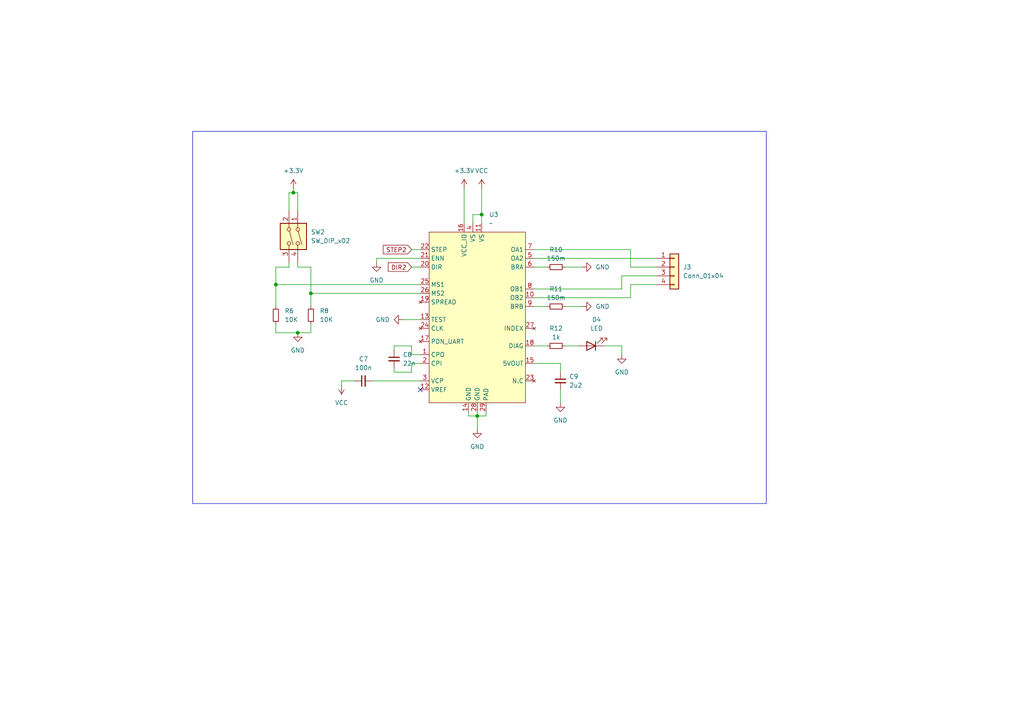
<source format=kicad_sch>
(kicad_sch
	(version 20250114)
	(generator "eeschema")
	(generator_version "9.0")
	(uuid "6450cd96-0acb-4951-a083-1e587e4c34ca")
	(paper "A4")
	(lib_symbols
		(symbol "Connector_Generic:Conn_01x04"
			(pin_names
				(offset 1.016)
				(hide yes)
			)
			(exclude_from_sim no)
			(in_bom yes)
			(on_board yes)
			(property "Reference" "J"
				(at 0 5.08 0)
				(effects
					(font
						(size 1.27 1.27)
					)
				)
			)
			(property "Value" "Conn_01x04"
				(at 0 -7.62 0)
				(effects
					(font
						(size 1.27 1.27)
					)
				)
			)
			(property "Footprint" ""
				(at 0 0 0)
				(effects
					(font
						(size 1.27 1.27)
					)
					(hide yes)
				)
			)
			(property "Datasheet" "~"
				(at 0 0 0)
				(effects
					(font
						(size 1.27 1.27)
					)
					(hide yes)
				)
			)
			(property "Description" "Generic connector, single row, 01x04, script generated (kicad-library-utils/schlib/autogen/connector/)"
				(at 0 0 0)
				(effects
					(font
						(size 1.27 1.27)
					)
					(hide yes)
				)
			)
			(property "ki_keywords" "connector"
				(at 0 0 0)
				(effects
					(font
						(size 1.27 1.27)
					)
					(hide yes)
				)
			)
			(property "ki_fp_filters" "Connector*:*_1x??_*"
				(at 0 0 0)
				(effects
					(font
						(size 1.27 1.27)
					)
					(hide yes)
				)
			)
			(symbol "Conn_01x04_1_1"
				(rectangle
					(start -1.27 3.81)
					(end 1.27 -6.35)
					(stroke
						(width 0.254)
						(type default)
					)
					(fill
						(type background)
					)
				)
				(rectangle
					(start -1.27 2.667)
					(end 0 2.413)
					(stroke
						(width 0.1524)
						(type default)
					)
					(fill
						(type none)
					)
				)
				(rectangle
					(start -1.27 0.127)
					(end 0 -0.127)
					(stroke
						(width 0.1524)
						(type default)
					)
					(fill
						(type none)
					)
				)
				(rectangle
					(start -1.27 -2.413)
					(end 0 -2.667)
					(stroke
						(width 0.1524)
						(type default)
					)
					(fill
						(type none)
					)
				)
				(rectangle
					(start -1.27 -4.953)
					(end 0 -5.207)
					(stroke
						(width 0.1524)
						(type default)
					)
					(fill
						(type none)
					)
				)
				(pin passive line
					(at -5.08 2.54 0)
					(length 3.81)
					(name "Pin_1"
						(effects
							(font
								(size 1.27 1.27)
							)
						)
					)
					(number "1"
						(effects
							(font
								(size 1.27 1.27)
							)
						)
					)
				)
				(pin passive line
					(at -5.08 0 0)
					(length 3.81)
					(name "Pin_2"
						(effects
							(font
								(size 1.27 1.27)
							)
						)
					)
					(number "2"
						(effects
							(font
								(size 1.27 1.27)
							)
						)
					)
				)
				(pin passive line
					(at -5.08 -2.54 0)
					(length 3.81)
					(name "Pin_3"
						(effects
							(font
								(size 1.27 1.27)
							)
						)
					)
					(number "3"
						(effects
							(font
								(size 1.27 1.27)
							)
						)
					)
				)
				(pin passive line
					(at -5.08 -5.08 0)
					(length 3.81)
					(name "Pin_4"
						(effects
							(font
								(size 1.27 1.27)
							)
						)
					)
					(number "4"
						(effects
							(font
								(size 1.27 1.27)
							)
						)
					)
				)
			)
			(embedded_fonts no)
		)
		(symbol "Device:C_Small"
			(pin_numbers
				(hide yes)
			)
			(pin_names
				(offset 0.254)
				(hide yes)
			)
			(exclude_from_sim no)
			(in_bom yes)
			(on_board yes)
			(property "Reference" "C"
				(at 0.254 1.778 0)
				(effects
					(font
						(size 1.27 1.27)
					)
					(justify left)
				)
			)
			(property "Value" "C_Small"
				(at 0.254 -2.032 0)
				(effects
					(font
						(size 1.27 1.27)
					)
					(justify left)
				)
			)
			(property "Footprint" ""
				(at 0 0 0)
				(effects
					(font
						(size 1.27 1.27)
					)
					(hide yes)
				)
			)
			(property "Datasheet" "~"
				(at 0 0 0)
				(effects
					(font
						(size 1.27 1.27)
					)
					(hide yes)
				)
			)
			(property "Description" "Unpolarized capacitor, small symbol"
				(at 0 0 0)
				(effects
					(font
						(size 1.27 1.27)
					)
					(hide yes)
				)
			)
			(property "ki_keywords" "capacitor cap"
				(at 0 0 0)
				(effects
					(font
						(size 1.27 1.27)
					)
					(hide yes)
				)
			)
			(property "ki_fp_filters" "C_*"
				(at 0 0 0)
				(effects
					(font
						(size 1.27 1.27)
					)
					(hide yes)
				)
			)
			(symbol "C_Small_0_1"
				(polyline
					(pts
						(xy -1.524 0.508) (xy 1.524 0.508)
					)
					(stroke
						(width 0.3048)
						(type default)
					)
					(fill
						(type none)
					)
				)
				(polyline
					(pts
						(xy -1.524 -0.508) (xy 1.524 -0.508)
					)
					(stroke
						(width 0.3302)
						(type default)
					)
					(fill
						(type none)
					)
				)
			)
			(symbol "C_Small_1_1"
				(pin passive line
					(at 0 2.54 270)
					(length 2.032)
					(name "~"
						(effects
							(font
								(size 1.27 1.27)
							)
						)
					)
					(number "1"
						(effects
							(font
								(size 1.27 1.27)
							)
						)
					)
				)
				(pin passive line
					(at 0 -2.54 90)
					(length 2.032)
					(name "~"
						(effects
							(font
								(size 1.27 1.27)
							)
						)
					)
					(number "2"
						(effects
							(font
								(size 1.27 1.27)
							)
						)
					)
				)
			)
			(embedded_fonts no)
		)
		(symbol "Device:LED"
			(pin_numbers
				(hide yes)
			)
			(pin_names
				(offset 1.016)
				(hide yes)
			)
			(exclude_from_sim no)
			(in_bom yes)
			(on_board yes)
			(property "Reference" "D"
				(at 0 2.54 0)
				(effects
					(font
						(size 1.27 1.27)
					)
				)
			)
			(property "Value" "LED"
				(at 0 -2.54 0)
				(effects
					(font
						(size 1.27 1.27)
					)
				)
			)
			(property "Footprint" ""
				(at 0 0 0)
				(effects
					(font
						(size 1.27 1.27)
					)
					(hide yes)
				)
			)
			(property "Datasheet" "~"
				(at 0 0 0)
				(effects
					(font
						(size 1.27 1.27)
					)
					(hide yes)
				)
			)
			(property "Description" "Light emitting diode"
				(at 0 0 0)
				(effects
					(font
						(size 1.27 1.27)
					)
					(hide yes)
				)
			)
			(property "ki_keywords" "LED diode"
				(at 0 0 0)
				(effects
					(font
						(size 1.27 1.27)
					)
					(hide yes)
				)
			)
			(property "ki_fp_filters" "LED* LED_SMD:* LED_THT:*"
				(at 0 0 0)
				(effects
					(font
						(size 1.27 1.27)
					)
					(hide yes)
				)
			)
			(symbol "LED_0_1"
				(polyline
					(pts
						(xy -3.048 -0.762) (xy -4.572 -2.286) (xy -3.81 -2.286) (xy -4.572 -2.286) (xy -4.572 -1.524)
					)
					(stroke
						(width 0)
						(type default)
					)
					(fill
						(type none)
					)
				)
				(polyline
					(pts
						(xy -1.778 -0.762) (xy -3.302 -2.286) (xy -2.54 -2.286) (xy -3.302 -2.286) (xy -3.302 -1.524)
					)
					(stroke
						(width 0)
						(type default)
					)
					(fill
						(type none)
					)
				)
				(polyline
					(pts
						(xy -1.27 0) (xy 1.27 0)
					)
					(stroke
						(width 0)
						(type default)
					)
					(fill
						(type none)
					)
				)
				(polyline
					(pts
						(xy -1.27 -1.27) (xy -1.27 1.27)
					)
					(stroke
						(width 0.254)
						(type default)
					)
					(fill
						(type none)
					)
				)
				(polyline
					(pts
						(xy 1.27 -1.27) (xy 1.27 1.27) (xy -1.27 0) (xy 1.27 -1.27)
					)
					(stroke
						(width 0.254)
						(type default)
					)
					(fill
						(type none)
					)
				)
			)
			(symbol "LED_1_1"
				(pin passive line
					(at -3.81 0 0)
					(length 2.54)
					(name "K"
						(effects
							(font
								(size 1.27 1.27)
							)
						)
					)
					(number "1"
						(effects
							(font
								(size 1.27 1.27)
							)
						)
					)
				)
				(pin passive line
					(at 3.81 0 180)
					(length 2.54)
					(name "A"
						(effects
							(font
								(size 1.27 1.27)
							)
						)
					)
					(number "2"
						(effects
							(font
								(size 1.27 1.27)
							)
						)
					)
				)
			)
			(embedded_fonts no)
		)
		(symbol "Device:R_Small"
			(pin_numbers
				(hide yes)
			)
			(pin_names
				(offset 0.254)
				(hide yes)
			)
			(exclude_from_sim no)
			(in_bom yes)
			(on_board yes)
			(property "Reference" "R"
				(at 0.762 0.508 0)
				(effects
					(font
						(size 1.27 1.27)
					)
					(justify left)
				)
			)
			(property "Value" "R_Small"
				(at 0.762 -1.016 0)
				(effects
					(font
						(size 1.27 1.27)
					)
					(justify left)
				)
			)
			(property "Footprint" ""
				(at 0 0 0)
				(effects
					(font
						(size 1.27 1.27)
					)
					(hide yes)
				)
			)
			(property "Datasheet" "~"
				(at 0 0 0)
				(effects
					(font
						(size 1.27 1.27)
					)
					(hide yes)
				)
			)
			(property "Description" "Resistor, small symbol"
				(at 0 0 0)
				(effects
					(font
						(size 1.27 1.27)
					)
					(hide yes)
				)
			)
			(property "ki_keywords" "R resistor"
				(at 0 0 0)
				(effects
					(font
						(size 1.27 1.27)
					)
					(hide yes)
				)
			)
			(property "ki_fp_filters" "R_*"
				(at 0 0 0)
				(effects
					(font
						(size 1.27 1.27)
					)
					(hide yes)
				)
			)
			(symbol "R_Small_0_1"
				(rectangle
					(start -0.762 1.778)
					(end 0.762 -1.778)
					(stroke
						(width 0.2032)
						(type default)
					)
					(fill
						(type none)
					)
				)
			)
			(symbol "R_Small_1_1"
				(pin passive line
					(at 0 2.54 270)
					(length 0.762)
					(name "~"
						(effects
							(font
								(size 1.27 1.27)
							)
						)
					)
					(number "1"
						(effects
							(font
								(size 1.27 1.27)
							)
						)
					)
				)
				(pin passive line
					(at 0 -2.54 90)
					(length 0.762)
					(name "~"
						(effects
							(font
								(size 1.27 1.27)
							)
						)
					)
					(number "2"
						(effects
							(font
								(size 1.27 1.27)
							)
						)
					)
				)
			)
			(embedded_fonts no)
		)
		(symbol "Switch:SW_DIP_x02"
			(pin_names
				(offset 0)
				(hide yes)
			)
			(exclude_from_sim no)
			(in_bom yes)
			(on_board yes)
			(property "Reference" "SW"
				(at 0 6.35 0)
				(effects
					(font
						(size 1.27 1.27)
					)
				)
			)
			(property "Value" "SW_DIP_x02"
				(at 0 -3.81 0)
				(effects
					(font
						(size 1.27 1.27)
					)
				)
			)
			(property "Footprint" ""
				(at 0 0 0)
				(effects
					(font
						(size 1.27 1.27)
					)
					(hide yes)
				)
			)
			(property "Datasheet" "~"
				(at 0 0 0)
				(effects
					(font
						(size 1.27 1.27)
					)
					(hide yes)
				)
			)
			(property "Description" "2x DIP Switch, Single Pole Single Throw (SPST) switch, small symbol"
				(at 0 0 0)
				(effects
					(font
						(size 1.27 1.27)
					)
					(hide yes)
				)
			)
			(property "ki_keywords" "dip switch"
				(at 0 0 0)
				(effects
					(font
						(size 1.27 1.27)
					)
					(hide yes)
				)
			)
			(property "ki_fp_filters" "SW?DIP?x2*"
				(at 0 0 0)
				(effects
					(font
						(size 1.27 1.27)
					)
					(hide yes)
				)
			)
			(symbol "SW_DIP_x02_0_0"
				(circle
					(center -2.032 2.54)
					(radius 0.508)
					(stroke
						(width 0)
						(type default)
					)
					(fill
						(type none)
					)
				)
				(circle
					(center -2.032 0)
					(radius 0.508)
					(stroke
						(width 0)
						(type default)
					)
					(fill
						(type none)
					)
				)
				(polyline
					(pts
						(xy -1.524 2.667) (xy 2.3622 3.7084)
					)
					(stroke
						(width 0)
						(type default)
					)
					(fill
						(type none)
					)
				)
				(polyline
					(pts
						(xy -1.524 0.127) (xy 2.3622 1.1684)
					)
					(stroke
						(width 0)
						(type default)
					)
					(fill
						(type none)
					)
				)
				(circle
					(center 2.032 2.54)
					(radius 0.508)
					(stroke
						(width 0)
						(type default)
					)
					(fill
						(type none)
					)
				)
				(circle
					(center 2.032 0)
					(radius 0.508)
					(stroke
						(width 0)
						(type default)
					)
					(fill
						(type none)
					)
				)
			)
			(symbol "SW_DIP_x02_0_1"
				(rectangle
					(start -3.81 5.08)
					(end 3.81 -2.54)
					(stroke
						(width 0.254)
						(type default)
					)
					(fill
						(type background)
					)
				)
			)
			(symbol "SW_DIP_x02_1_1"
				(pin passive line
					(at -7.62 2.54 0)
					(length 5.08)
					(name "~"
						(effects
							(font
								(size 1.27 1.27)
							)
						)
					)
					(number "1"
						(effects
							(font
								(size 1.27 1.27)
							)
						)
					)
				)
				(pin passive line
					(at -7.62 0 0)
					(length 5.08)
					(name "~"
						(effects
							(font
								(size 1.27 1.27)
							)
						)
					)
					(number "2"
						(effects
							(font
								(size 1.27 1.27)
							)
						)
					)
				)
				(pin passive line
					(at 7.62 2.54 180)
					(length 5.08)
					(name "~"
						(effects
							(font
								(size 1.27 1.27)
							)
						)
					)
					(number "4"
						(effects
							(font
								(size 1.27 1.27)
							)
						)
					)
				)
				(pin passive line
					(at 7.62 0 180)
					(length 5.08)
					(name "~"
						(effects
							(font
								(size 1.27 1.27)
							)
						)
					)
					(number "3"
						(effects
							(font
								(size 1.27 1.27)
							)
						)
					)
				)
			)
			(embedded_fonts no)
		)
		(symbol "my_lib:TMC2225"
			(exclude_from_sim no)
			(in_bom yes)
			(on_board yes)
			(property "Reference" "U"
				(at 13.462 45.212 0)
				(effects
					(font
						(size 1.27 1.27)
					)
				)
			)
			(property "Value" ""
				(at 0 0 0)
				(effects
					(font
						(size 1.27 1.27)
					)
				)
			)
			(property "Footprint" ""
				(at 0 0 0)
				(effects
					(font
						(size 1.27 1.27)
					)
					(hide yes)
				)
			)
			(property "Datasheet" ""
				(at 0 0 0)
				(effects
					(font
						(size 1.27 1.27)
					)
					(hide yes)
				)
			)
			(property "Description" ""
				(at 0 0 0)
				(effects
					(font
						(size 1.27 1.27)
					)
					(hide yes)
				)
			)
			(symbol "TMC2225_1_1"
				(rectangle
					(start -5.08 41.91)
					(end 22.86 -7.62)
					(stroke
						(width 0)
						(type solid)
					)
					(fill
						(type color)
						(color 255 255 194 1)
					)
				)
				(pin input line
					(at -7.62 36.83 0)
					(length 2.54)
					(name "STEP"
						(effects
							(font
								(size 1.27 1.27)
							)
						)
					)
					(number "22"
						(effects
							(font
								(size 1.27 1.27)
							)
						)
					)
				)
				(pin input line
					(at -7.62 34.29 0)
					(length 2.54)
					(name "ENN"
						(effects
							(font
								(size 1.27 1.27)
							)
						)
					)
					(number "21"
						(effects
							(font
								(size 1.27 1.27)
							)
						)
					)
				)
				(pin input line
					(at -7.62 31.75 0)
					(length 2.54)
					(name "DIR"
						(effects
							(font
								(size 1.27 1.27)
							)
						)
					)
					(number "20"
						(effects
							(font
								(size 1.27 1.27)
							)
						)
					)
				)
				(pin input line
					(at -7.62 26.67 0)
					(length 2.54)
					(name "MS1"
						(effects
							(font
								(size 1.27 1.27)
							)
						)
					)
					(number "25"
						(effects
							(font
								(size 1.27 1.27)
							)
						)
					)
				)
				(pin input line
					(at -7.62 24.13 0)
					(length 2.54)
					(name "MS2"
						(effects
							(font
								(size 1.27 1.27)
							)
						)
					)
					(number "26"
						(effects
							(font
								(size 1.27 1.27)
							)
						)
					)
				)
				(pin no_connect line
					(at -7.62 21.59 0)
					(length 2.54)
					(name "SPREAD"
						(effects
							(font
								(size 1.27 1.27)
							)
						)
					)
					(number "19"
						(effects
							(font
								(size 1.27 1.27)
							)
						)
					)
				)
				(pin input line
					(at -7.62 16.51 0)
					(length 2.54)
					(name "TEST"
						(effects
							(font
								(size 1.27 1.27)
							)
						)
					)
					(number "13"
						(effects
							(font
								(size 1.27 1.27)
							)
						)
					)
				)
				(pin no_connect line
					(at -7.62 13.97 0)
					(length 2.54)
					(name "CLK"
						(effects
							(font
								(size 1.27 1.27)
							)
						)
					)
					(number "24"
						(effects
							(font
								(size 1.27 1.27)
							)
						)
					)
				)
				(pin no_connect line
					(at -7.62 10.16 0)
					(length 2.54)
					(name "PDN_UART"
						(effects
							(font
								(size 1.27 1.27)
							)
						)
					)
					(number "17"
						(effects
							(font
								(size 1.27 1.27)
							)
						)
					)
				)
				(pin passive line
					(at -7.62 6.35 0)
					(length 2.54)
					(name "CPO"
						(effects
							(font
								(size 1.27 1.27)
							)
						)
					)
					(number "1"
						(effects
							(font
								(size 1.27 1.27)
							)
						)
					)
				)
				(pin passive line
					(at -7.62 3.81 0)
					(length 2.54)
					(name "CPI"
						(effects
							(font
								(size 1.27 1.27)
							)
						)
					)
					(number "2"
						(effects
							(font
								(size 1.27 1.27)
							)
						)
					)
				)
				(pin passive line
					(at -7.62 -1.27 0)
					(length 2.54)
					(name "VCP"
						(effects
							(font
								(size 1.27 1.27)
							)
						)
					)
					(number "3"
						(effects
							(font
								(size 1.27 1.27)
							)
						)
					)
				)
				(pin input line
					(at -7.62 -3.81 0)
					(length 2.54)
					(name "VREF"
						(effects
							(font
								(size 1.27 1.27)
							)
						)
					)
					(number "12"
						(effects
							(font
								(size 1.27 1.27)
							)
						)
					)
				)
				(pin input line
					(at 5.08 44.45 270)
					(length 2.54)
					(name "VCC_IO"
						(effects
							(font
								(size 1.27 1.27)
							)
						)
					)
					(number "16"
						(effects
							(font
								(size 1.27 1.27)
							)
						)
					)
				)
				(pin input line
					(at 6.35 -10.16 90)
					(length 2.54)
					(name "GND"
						(effects
							(font
								(size 1.27 1.27)
							)
						)
					)
					(number "14"
						(effects
							(font
								(size 1.27 1.27)
							)
						)
					)
				)
				(pin input line
					(at 7.62 44.45 270)
					(length 2.54)
					(name "VS"
						(effects
							(font
								(size 1.27 1.27)
							)
						)
					)
					(number "4"
						(effects
							(font
								(size 1.27 1.27)
							)
						)
					)
				)
				(pin input line
					(at 8.89 -10.16 90)
					(length 2.54)
					(name "GND"
						(effects
							(font
								(size 1.27 1.27)
							)
						)
					)
					(number "28"
						(effects
							(font
								(size 1.27 1.27)
							)
						)
					)
				)
				(pin input line
					(at 10.16 44.45 270)
					(length 2.54)
					(name "VS"
						(effects
							(font
								(size 1.27 1.27)
							)
						)
					)
					(number "11"
						(effects
							(font
								(size 1.27 1.27)
							)
						)
					)
				)
				(pin input line
					(at 11.43 -10.16 90)
					(length 2.54)
					(name "PAD"
						(effects
							(font
								(size 1.27 1.27)
							)
						)
					)
					(number "29"
						(effects
							(font
								(size 1.27 1.27)
							)
						)
					)
				)
				(pin output line
					(at 25.4 36.83 180)
					(length 2.54)
					(name "OA1"
						(effects
							(font
								(size 1.27 1.27)
							)
						)
					)
					(number "7"
						(effects
							(font
								(size 1.27 1.27)
							)
						)
					)
				)
				(pin output line
					(at 25.4 34.29 180)
					(length 2.54)
					(name "OA2"
						(effects
							(font
								(size 1.27 1.27)
							)
						)
					)
					(number "5"
						(effects
							(font
								(size 1.27 1.27)
							)
						)
					)
				)
				(pin output line
					(at 25.4 31.75 180)
					(length 2.54)
					(name "BRA"
						(effects
							(font
								(size 1.27 1.27)
							)
						)
					)
					(number "6"
						(effects
							(font
								(size 1.27 1.27)
							)
						)
					)
				)
				(pin output line
					(at 25.4 25.4 180)
					(length 2.54)
					(name "OB1"
						(effects
							(font
								(size 1.27 1.27)
							)
						)
					)
					(number "8"
						(effects
							(font
								(size 1.27 1.27)
							)
						)
					)
				)
				(pin output line
					(at 25.4 22.86 180)
					(length 2.54)
					(name "OB2"
						(effects
							(font
								(size 1.27 1.27)
							)
						)
					)
					(number "10"
						(effects
							(font
								(size 1.27 1.27)
							)
						)
					)
				)
				(pin output line
					(at 25.4 20.32 180)
					(length 2.54)
					(name "BRB"
						(effects
							(font
								(size 1.27 1.27)
							)
						)
					)
					(number "9"
						(effects
							(font
								(size 1.27 1.27)
							)
						)
					)
				)
				(pin no_connect line
					(at 25.4 13.97 180)
					(length 2.54)
					(name "INDEX"
						(effects
							(font
								(size 1.27 1.27)
							)
						)
					)
					(number "27"
						(effects
							(font
								(size 1.27 1.27)
							)
						)
					)
				)
				(pin output line
					(at 25.4 8.89 180)
					(length 2.54)
					(name "DIAG"
						(effects
							(font
								(size 1.27 1.27)
							)
						)
					)
					(number "18"
						(effects
							(font
								(size 1.27 1.27)
							)
						)
					)
				)
				(pin passive line
					(at 25.4 3.81 180)
					(length 2.54)
					(name "5VOUT"
						(effects
							(font
								(size 1.27 1.27)
							)
						)
					)
					(number "15"
						(effects
							(font
								(size 1.27 1.27)
							)
						)
					)
				)
				(pin no_connect line
					(at 25.4 -1.27 180)
					(length 2.54)
					(name "N.C"
						(effects
							(font
								(size 1.27 1.27)
							)
						)
					)
					(number "23"
						(effects
							(font
								(size 1.27 1.27)
							)
						)
					)
				)
			)
			(embedded_fonts no)
		)
		(symbol "power:+3.3V"
			(power)
			(pin_names
				(offset 0)
			)
			(exclude_from_sim no)
			(in_bom yes)
			(on_board yes)
			(property "Reference" "#PWR"
				(at 0 -3.81 0)
				(effects
					(font
						(size 1.27 1.27)
					)
					(hide yes)
				)
			)
			(property "Value" "+3.3V"
				(at 0 3.556 0)
				(effects
					(font
						(size 1.27 1.27)
					)
				)
			)
			(property "Footprint" ""
				(at 0 0 0)
				(effects
					(font
						(size 1.27 1.27)
					)
					(hide yes)
				)
			)
			(property "Datasheet" ""
				(at 0 0 0)
				(effects
					(font
						(size 1.27 1.27)
					)
					(hide yes)
				)
			)
			(property "Description" "Power symbol creates a global label with name \"+3.3V\""
				(at 0 0 0)
				(effects
					(font
						(size 1.27 1.27)
					)
					(hide yes)
				)
			)
			(property "ki_keywords" "global power"
				(at 0 0 0)
				(effects
					(font
						(size 1.27 1.27)
					)
					(hide yes)
				)
			)
			(symbol "+3.3V_0_1"
				(polyline
					(pts
						(xy -0.762 1.27) (xy 0 2.54)
					)
					(stroke
						(width 0)
						(type default)
					)
					(fill
						(type none)
					)
				)
				(polyline
					(pts
						(xy 0 2.54) (xy 0.762 1.27)
					)
					(stroke
						(width 0)
						(type default)
					)
					(fill
						(type none)
					)
				)
				(polyline
					(pts
						(xy 0 0) (xy 0 2.54)
					)
					(stroke
						(width 0)
						(type default)
					)
					(fill
						(type none)
					)
				)
			)
			(symbol "+3.3V_1_1"
				(pin power_in line
					(at 0 0 90)
					(length 0)
					(hide yes)
					(name "+3.3V"
						(effects
							(font
								(size 1.27 1.27)
							)
						)
					)
					(number "1"
						(effects
							(font
								(size 1.27 1.27)
							)
						)
					)
				)
			)
			(embedded_fonts no)
		)
		(symbol "power:GND"
			(power)
			(pin_names
				(offset 0)
			)
			(exclude_from_sim no)
			(in_bom yes)
			(on_board yes)
			(property "Reference" "#PWR"
				(at 0 -6.35 0)
				(effects
					(font
						(size 1.27 1.27)
					)
					(hide yes)
				)
			)
			(property "Value" "GND"
				(at 0 -3.81 0)
				(effects
					(font
						(size 1.27 1.27)
					)
				)
			)
			(property "Footprint" ""
				(at 0 0 0)
				(effects
					(font
						(size 1.27 1.27)
					)
					(hide yes)
				)
			)
			(property "Datasheet" ""
				(at 0 0 0)
				(effects
					(font
						(size 1.27 1.27)
					)
					(hide yes)
				)
			)
			(property "Description" "Power symbol creates a global label with name \"GND\" , ground"
				(at 0 0 0)
				(effects
					(font
						(size 1.27 1.27)
					)
					(hide yes)
				)
			)
			(property "ki_keywords" "global power"
				(at 0 0 0)
				(effects
					(font
						(size 1.27 1.27)
					)
					(hide yes)
				)
			)
			(symbol "GND_0_1"
				(polyline
					(pts
						(xy 0 0) (xy 0 -1.27) (xy 1.27 -1.27) (xy 0 -2.54) (xy -1.27 -1.27) (xy 0 -1.27)
					)
					(stroke
						(width 0)
						(type default)
					)
					(fill
						(type none)
					)
				)
			)
			(symbol "GND_1_1"
				(pin power_in line
					(at 0 0 270)
					(length 0)
					(hide yes)
					(name "GND"
						(effects
							(font
								(size 1.27 1.27)
							)
						)
					)
					(number "1"
						(effects
							(font
								(size 1.27 1.27)
							)
						)
					)
				)
			)
			(embedded_fonts no)
		)
		(symbol "power:VCC"
			(power)
			(pin_names
				(offset 0)
			)
			(exclude_from_sim no)
			(in_bom yes)
			(on_board yes)
			(property "Reference" "#PWR"
				(at 0 -3.81 0)
				(effects
					(font
						(size 1.27 1.27)
					)
					(hide yes)
				)
			)
			(property "Value" "VCC"
				(at 0 3.81 0)
				(effects
					(font
						(size 1.27 1.27)
					)
				)
			)
			(property "Footprint" ""
				(at 0 0 0)
				(effects
					(font
						(size 1.27 1.27)
					)
					(hide yes)
				)
			)
			(property "Datasheet" ""
				(at 0 0 0)
				(effects
					(font
						(size 1.27 1.27)
					)
					(hide yes)
				)
			)
			(property "Description" "Power symbol creates a global label with name \"VCC\""
				(at 0 0 0)
				(effects
					(font
						(size 1.27 1.27)
					)
					(hide yes)
				)
			)
			(property "ki_keywords" "global power"
				(at 0 0 0)
				(effects
					(font
						(size 1.27 1.27)
					)
					(hide yes)
				)
			)
			(symbol "VCC_0_1"
				(polyline
					(pts
						(xy -0.762 1.27) (xy 0 2.54)
					)
					(stroke
						(width 0)
						(type default)
					)
					(fill
						(type none)
					)
				)
				(polyline
					(pts
						(xy 0 2.54) (xy 0.762 1.27)
					)
					(stroke
						(width 0)
						(type default)
					)
					(fill
						(type none)
					)
				)
				(polyline
					(pts
						(xy 0 0) (xy 0 2.54)
					)
					(stroke
						(width 0)
						(type default)
					)
					(fill
						(type none)
					)
				)
			)
			(symbol "VCC_1_1"
				(pin power_in line
					(at 0 0 90)
					(length 0)
					(hide yes)
					(name "VCC"
						(effects
							(font
								(size 1.27 1.27)
							)
						)
					)
					(number "1"
						(effects
							(font
								(size 1.27 1.27)
							)
						)
					)
				)
			)
			(embedded_fonts no)
		)
	)
	(rectangle
		(start 55.88 38.1)
		(end 222.25 146.05)
		(stroke
			(width 0)
			(type default)
		)
		(fill
			(type none)
		)
		(uuid f1068b87-fb99-40de-b049-357bdedd802d)
	)
	(junction
		(at 86.36 96.52)
		(diameter 0)
		(color 0 0 0 0)
		(uuid "32cdc9b9-d1f1-4e78-a48d-b9270554338e")
	)
	(junction
		(at 138.43 120.65)
		(diameter 0)
		(color 0 0 0 0)
		(uuid "4bb8ea3f-ff42-4e98-bc04-25b78accbc23")
	)
	(junction
		(at 139.7 62.23)
		(diameter 0)
		(color 0 0 0 0)
		(uuid "4d416aba-012f-4696-9694-6acbdaf5e6ee")
	)
	(junction
		(at 90.17 85.09)
		(diameter 0)
		(color 0 0 0 0)
		(uuid "862e817d-1c07-4e8f-93e9-6046e4fc9433")
	)
	(junction
		(at 85.09 55.88)
		(diameter 0)
		(color 0 0 0 0)
		(uuid "b8783d3a-5aaf-4893-a9fd-4388f8cbba0b")
	)
	(junction
		(at 80.01 82.55)
		(diameter 0)
		(color 0 0 0 0)
		(uuid "f9ad2838-9a58-46cf-8018-fb435560ccd6")
	)
	(no_connect
		(at 121.92 113.03)
		(uuid "16f2da67-432e-4ee6-adf5-1f78e434dce1")
	)
	(wire
		(pts
			(xy 119.38 72.39) (xy 121.92 72.39)
		)
		(stroke
			(width 0)
			(type default)
		)
		(uuid "054381d9-3cff-4aa5-8b5e-ee3df03af53f")
	)
	(wire
		(pts
			(xy 154.94 105.41) (xy 162.56 105.41)
		)
		(stroke
			(width 0)
			(type default)
		)
		(uuid "0a218c8a-1d23-42ee-9b35-2d9ab23611f7")
	)
	(wire
		(pts
			(xy 138.43 120.65) (xy 138.43 119.38)
		)
		(stroke
			(width 0)
			(type default)
		)
		(uuid "11a7e730-41c5-401e-8a02-ad5340a09aca")
	)
	(wire
		(pts
			(xy 99.06 110.49) (xy 99.06 111.76)
		)
		(stroke
			(width 0)
			(type default)
		)
		(uuid "12d8604f-7ac6-4630-8df3-4ef00625f9bd")
	)
	(wire
		(pts
			(xy 90.17 88.9) (xy 90.17 85.09)
		)
		(stroke
			(width 0)
			(type default)
		)
		(uuid "168556be-86be-4dc4-86ef-32074b9c9ac8")
	)
	(wire
		(pts
			(xy 180.34 100.33) (xy 180.34 102.87)
		)
		(stroke
			(width 0)
			(type default)
		)
		(uuid "1822acea-0818-4550-a525-65cfa9fdb3bb")
	)
	(wire
		(pts
			(xy 138.43 120.65) (xy 138.43 124.46)
		)
		(stroke
			(width 0)
			(type default)
		)
		(uuid "1e1f27ae-f398-4c16-9d8f-9bb442550bb5")
	)
	(wire
		(pts
			(xy 80.01 77.47) (xy 83.82 77.47)
		)
		(stroke
			(width 0)
			(type default)
		)
		(uuid "218b3ac3-5977-4633-a038-1e7f1194c207")
	)
	(wire
		(pts
			(xy 182.88 82.55) (xy 190.5 82.55)
		)
		(stroke
			(width 0)
			(type default)
		)
		(uuid "24b5f79e-bae0-4493-b70d-5ff94f67515a")
	)
	(wire
		(pts
			(xy 83.82 55.88) (xy 85.09 55.88)
		)
		(stroke
			(width 0)
			(type default)
		)
		(uuid "25f76702-d0bb-42f1-8060-58fcb319812d")
	)
	(wire
		(pts
			(xy 154.94 77.47) (xy 158.75 77.47)
		)
		(stroke
			(width 0)
			(type default)
		)
		(uuid "26cd9e68-611a-4469-81dd-929fdcae8a89")
	)
	(wire
		(pts
			(xy 80.01 88.9) (xy 80.01 82.55)
		)
		(stroke
			(width 0)
			(type default)
		)
		(uuid "289099c8-c8a2-4b14-bb2d-a400732274a0")
	)
	(wire
		(pts
			(xy 83.82 77.47) (xy 83.82 76.2)
		)
		(stroke
			(width 0)
			(type default)
		)
		(uuid "2d0498f2-0f0f-4cf1-a408-dde3f4ff4bc9")
	)
	(wire
		(pts
			(xy 114.3 100.33) (xy 114.3 101.6)
		)
		(stroke
			(width 0)
			(type default)
		)
		(uuid "2dd14e1a-afb3-47b8-ac81-1a4bfa7ea60a")
	)
	(wire
		(pts
			(xy 86.36 77.47) (xy 86.36 76.2)
		)
		(stroke
			(width 0)
			(type default)
		)
		(uuid "2e08192a-9943-48f2-b6a1-67f5de1ee0d0")
	)
	(wire
		(pts
			(xy 182.88 72.39) (xy 182.88 77.47)
		)
		(stroke
			(width 0)
			(type default)
		)
		(uuid "2f969e5e-64f5-4f52-821a-ac346a69bff8")
	)
	(wire
		(pts
			(xy 107.95 110.49) (xy 121.92 110.49)
		)
		(stroke
			(width 0)
			(type default)
		)
		(uuid "30b03f5b-9aed-4bb0-95ff-a51a5b720809")
	)
	(wire
		(pts
			(xy 121.92 105.41) (xy 119.38 105.41)
		)
		(stroke
			(width 0)
			(type default)
		)
		(uuid "32ba2acc-bb5d-4cf0-9549-1b0972f734c6")
	)
	(wire
		(pts
			(xy 139.7 62.23) (xy 139.7 64.77)
		)
		(stroke
			(width 0)
			(type default)
		)
		(uuid "3934f23d-c744-443b-b058-663b7add46bc")
	)
	(wire
		(pts
			(xy 80.01 82.55) (xy 80.01 77.47)
		)
		(stroke
			(width 0)
			(type default)
		)
		(uuid "41619899-4115-4c93-a928-5a27c282993c")
	)
	(wire
		(pts
			(xy 163.83 77.47) (xy 168.91 77.47)
		)
		(stroke
			(width 0)
			(type default)
		)
		(uuid "46438685-461a-4596-87c0-4fde850a1886")
	)
	(wire
		(pts
			(xy 175.26 100.33) (xy 180.34 100.33)
		)
		(stroke
			(width 0)
			(type default)
		)
		(uuid "4b48f3c5-3b53-4ce5-98a0-5d325110085c")
	)
	(wire
		(pts
			(xy 86.36 96.52) (xy 90.17 96.52)
		)
		(stroke
			(width 0)
			(type default)
		)
		(uuid "4b91ac6c-f94a-43fa-a8ce-c586e2d17316")
	)
	(wire
		(pts
			(xy 139.7 54.61) (xy 139.7 62.23)
		)
		(stroke
			(width 0)
			(type default)
		)
		(uuid "4d483f19-b745-42e4-8d78-d16394eaaf13")
	)
	(wire
		(pts
			(xy 119.38 107.95) (xy 114.3 107.95)
		)
		(stroke
			(width 0)
			(type default)
		)
		(uuid "4e468d3f-ddb6-43e1-bd22-135a1632c3ae")
	)
	(wire
		(pts
			(xy 154.94 100.33) (xy 158.75 100.33)
		)
		(stroke
			(width 0)
			(type default)
		)
		(uuid "4ee13d08-e77a-4ba6-adcf-6bd6253c9f88")
	)
	(wire
		(pts
			(xy 86.36 55.88) (xy 85.09 55.88)
		)
		(stroke
			(width 0)
			(type default)
		)
		(uuid "52ad6728-d670-40a3-b16e-dca5d1bbbb3a")
	)
	(wire
		(pts
			(xy 134.62 54.61) (xy 134.62 64.77)
		)
		(stroke
			(width 0)
			(type default)
		)
		(uuid "61194850-fb36-4d4e-b6d2-f93a163037d7")
	)
	(wire
		(pts
			(xy 90.17 96.52) (xy 90.17 93.98)
		)
		(stroke
			(width 0)
			(type default)
		)
		(uuid "646dea0c-3332-45f8-9ed3-9b481608cc93")
	)
	(wire
		(pts
			(xy 121.92 74.93) (xy 109.22 74.93)
		)
		(stroke
			(width 0)
			(type default)
		)
		(uuid "64f15fd1-ee01-4b8a-818d-ddc1e5d70d28")
	)
	(wire
		(pts
			(xy 135.89 119.38) (xy 135.89 120.65)
		)
		(stroke
			(width 0)
			(type default)
		)
		(uuid "682ab0c1-6d30-4966-a9e5-e15b4bb52c3f")
	)
	(wire
		(pts
			(xy 140.97 119.38) (xy 140.97 120.65)
		)
		(stroke
			(width 0)
			(type default)
		)
		(uuid "69a0967c-9454-47ed-9406-2db4e2b492a1")
	)
	(wire
		(pts
			(xy 162.56 105.41) (xy 162.56 107.95)
		)
		(stroke
			(width 0)
			(type default)
		)
		(uuid "6a4ceedf-5d28-43c8-ae60-2ba26c2cae24")
	)
	(wire
		(pts
			(xy 90.17 85.09) (xy 121.92 85.09)
		)
		(stroke
			(width 0)
			(type default)
		)
		(uuid "6aa2ccde-95ee-45ca-87b4-fab976136ecd")
	)
	(wire
		(pts
			(xy 116.84 92.71) (xy 121.92 92.71)
		)
		(stroke
			(width 0)
			(type default)
		)
		(uuid "6eaf1c17-171b-4b2e-a2ca-b9f5e0734304")
	)
	(wire
		(pts
			(xy 140.97 120.65) (xy 138.43 120.65)
		)
		(stroke
			(width 0)
			(type default)
		)
		(uuid "762f4bc9-470a-4444-8ec2-320d3b775ae0")
	)
	(wire
		(pts
			(xy 119.38 77.47) (xy 121.92 77.47)
		)
		(stroke
			(width 0)
			(type default)
		)
		(uuid "786497c3-0c1b-4a02-9f07-b2fea2287b9d")
	)
	(wire
		(pts
			(xy 119.38 102.87) (xy 119.38 100.33)
		)
		(stroke
			(width 0)
			(type default)
		)
		(uuid "7e8f9d3d-1d6a-40c0-bd30-c012cfaee43a")
	)
	(wire
		(pts
			(xy 102.87 110.49) (xy 99.06 110.49)
		)
		(stroke
			(width 0)
			(type default)
		)
		(uuid "83147474-b347-4f88-94e3-269174740e6d")
	)
	(wire
		(pts
			(xy 137.16 64.77) (xy 137.16 62.23)
		)
		(stroke
			(width 0)
			(type default)
		)
		(uuid "887da1a3-03ff-44c3-8ee2-b8c6c054d7d6")
	)
	(wire
		(pts
			(xy 80.01 82.55) (xy 121.92 82.55)
		)
		(stroke
			(width 0)
			(type default)
		)
		(uuid "96df5fed-db43-429e-b60a-0a63c36f5b61")
	)
	(wire
		(pts
			(xy 154.94 88.9) (xy 158.75 88.9)
		)
		(stroke
			(width 0)
			(type default)
		)
		(uuid "a114712a-ea0c-4b79-9bb9-a53562e58bc9")
	)
	(wire
		(pts
			(xy 85.09 55.88) (xy 85.09 54.61)
		)
		(stroke
			(width 0)
			(type default)
		)
		(uuid "a249ef5a-f831-4cad-9dab-ad289e662373")
	)
	(wire
		(pts
			(xy 180.34 80.01) (xy 190.5 80.01)
		)
		(stroke
			(width 0)
			(type default)
		)
		(uuid "a2b92889-4e58-4cbf-a56a-ca785b5df6e1")
	)
	(wire
		(pts
			(xy 109.22 74.93) (xy 109.22 76.2)
		)
		(stroke
			(width 0)
			(type default)
		)
		(uuid "a79340a4-f4f6-4095-9a16-1a0f73159fa5")
	)
	(wire
		(pts
			(xy 119.38 100.33) (xy 114.3 100.33)
		)
		(stroke
			(width 0)
			(type default)
		)
		(uuid "b472dab3-3884-48d5-b356-3b0e5b87275f")
	)
	(wire
		(pts
			(xy 163.83 88.9) (xy 168.91 88.9)
		)
		(stroke
			(width 0)
			(type default)
		)
		(uuid "b63ff02e-6a2a-406d-9856-b7ec96c0c24c")
	)
	(wire
		(pts
			(xy 119.38 105.41) (xy 119.38 107.95)
		)
		(stroke
			(width 0)
			(type default)
		)
		(uuid "b68bf61e-7b83-430f-bd5c-70af2953afaa")
	)
	(wire
		(pts
			(xy 162.56 113.03) (xy 162.56 116.84)
		)
		(stroke
			(width 0)
			(type default)
		)
		(uuid "bab906a9-c63c-4dfa-9853-b64afb07a875")
	)
	(wire
		(pts
			(xy 80.01 93.98) (xy 80.01 96.52)
		)
		(stroke
			(width 0)
			(type default)
		)
		(uuid "bb38257c-df6d-4066-bb36-9ca535387b0b")
	)
	(wire
		(pts
			(xy 90.17 77.47) (xy 86.36 77.47)
		)
		(stroke
			(width 0)
			(type default)
		)
		(uuid "bc0e5af7-439e-4288-91f7-f61140631ce7")
	)
	(wire
		(pts
			(xy 154.94 83.82) (xy 180.34 83.82)
		)
		(stroke
			(width 0)
			(type default)
		)
		(uuid "bf330b99-32e4-40f3-94c2-d8da9a798a6d")
	)
	(wire
		(pts
			(xy 135.89 120.65) (xy 138.43 120.65)
		)
		(stroke
			(width 0)
			(type default)
		)
		(uuid "bffe08f0-e168-4fa5-bd78-2c4230f83835")
	)
	(wire
		(pts
			(xy 83.82 60.96) (xy 83.82 55.88)
		)
		(stroke
			(width 0)
			(type default)
		)
		(uuid "c02b76d7-1afb-4436-b406-3fa1d74e6516")
	)
	(wire
		(pts
			(xy 154.94 74.93) (xy 190.5 74.93)
		)
		(stroke
			(width 0)
			(type default)
		)
		(uuid "c11a8e52-baa4-4298-8c4f-7eb6e90f41ad")
	)
	(wire
		(pts
			(xy 154.94 86.36) (xy 182.88 86.36)
		)
		(stroke
			(width 0)
			(type default)
		)
		(uuid "c3db2b1e-22d4-44f4-998a-921aa3be770a")
	)
	(wire
		(pts
			(xy 121.92 102.87) (xy 119.38 102.87)
		)
		(stroke
			(width 0)
			(type default)
		)
		(uuid "c441a0c0-2c11-422b-a08d-923332e11a76")
	)
	(wire
		(pts
			(xy 182.88 77.47) (xy 190.5 77.47)
		)
		(stroke
			(width 0)
			(type default)
		)
		(uuid "c4d33a23-aa80-4776-8389-e286dad37ea2")
	)
	(wire
		(pts
			(xy 86.36 60.96) (xy 86.36 55.88)
		)
		(stroke
			(width 0)
			(type default)
		)
		(uuid "ca7d52a8-df5d-4c67-a8b4-48d3486cf930")
	)
	(wire
		(pts
			(xy 137.16 62.23) (xy 139.7 62.23)
		)
		(stroke
			(width 0)
			(type default)
		)
		(uuid "cfd62156-e45b-45ce-846f-9f1bd4895b5e")
	)
	(wire
		(pts
			(xy 163.83 100.33) (xy 167.64 100.33)
		)
		(stroke
			(width 0)
			(type default)
		)
		(uuid "de043f0e-dc82-4c73-8206-4cab6de75345")
	)
	(wire
		(pts
			(xy 90.17 85.09) (xy 90.17 77.47)
		)
		(stroke
			(width 0)
			(type default)
		)
		(uuid "e42fa53f-4f08-434e-8d3d-692c0582e68c")
	)
	(wire
		(pts
			(xy 114.3 106.68) (xy 114.3 107.95)
		)
		(stroke
			(width 0)
			(type default)
		)
		(uuid "e4c04af0-850c-4027-be35-7ab16c1e2a2f")
	)
	(wire
		(pts
			(xy 182.88 86.36) (xy 182.88 82.55)
		)
		(stroke
			(width 0)
			(type default)
		)
		(uuid "e564ab87-bca4-4804-9349-c6f5e827a3e8")
	)
	(wire
		(pts
			(xy 154.94 72.39) (xy 182.88 72.39)
		)
		(stroke
			(width 0)
			(type default)
		)
		(uuid "ebc980ac-7d47-479c-ae8e-c908d8687c0d")
	)
	(wire
		(pts
			(xy 180.34 83.82) (xy 180.34 80.01)
		)
		(stroke
			(width 0)
			(type default)
		)
		(uuid "ec304c30-77a1-4d43-8ca3-155192414095")
	)
	(wire
		(pts
			(xy 80.01 96.52) (xy 86.36 96.52)
		)
		(stroke
			(width 0)
			(type default)
		)
		(uuid "f46003a8-f50b-4699-a14d-c6508c699be2")
	)
	(global_label "DIR2"
		(shape input)
		(at 119.38 77.47 180)
		(fields_autoplaced yes)
		(effects
			(font
				(size 1.27 1.27)
			)
			(justify right)
		)
		(uuid "bee96d15-2b32-4ef8-b860-993d121d3e53")
		(property "Intersheetrefs" "${INTERSHEET_REFS}"
			(at 112.0405 77.47 0)
			(effects
				(font
					(size 1.27 1.27)
				)
				(justify right)
				(hide yes)
			)
		)
	)
	(global_label "STEP2"
		(shape input)
		(at 119.38 72.39 180)
		(fields_autoplaced yes)
		(effects
			(font
				(size 1.27 1.27)
			)
			(justify right)
		)
		(uuid "c00325f8-cf02-43ea-b1f9-c5accce2ebec")
		(property "Intersheetrefs" "${INTERSHEET_REFS}"
			(at 110.5892 72.39 0)
			(effects
				(font
					(size 1.27 1.27)
				)
				(justify right)
				(hide yes)
			)
		)
	)
	(symbol
		(lib_id "Connector_Generic:Conn_01x04")
		(at 195.58 77.47 0)
		(unit 1)
		(exclude_from_sim no)
		(in_bom yes)
		(on_board yes)
		(dnp no)
		(fields_autoplaced yes)
		(uuid "012d7022-4150-4bec-9b16-3c1fdf71cf35")
		(property "Reference" "J3"
			(at 198.12 77.4699 0)
			(effects
				(font
					(size 1.27 1.27)
				)
				(justify left)
			)
		)
		(property "Value" "Conn_01x04"
			(at 198.12 80.0099 0)
			(effects
				(font
					(size 1.27 1.27)
				)
				(justify left)
			)
		)
		(property "Footprint" ""
			(at 195.58 77.47 0)
			(effects
				(font
					(size 1.27 1.27)
				)
				(hide yes)
			)
		)
		(property "Datasheet" "~"
			(at 195.58 77.47 0)
			(effects
				(font
					(size 1.27 1.27)
				)
				(hide yes)
			)
		)
		(property "Description" "Generic connector, single row, 01x04, script generated (kicad-library-utils/schlib/autogen/connector/)"
			(at 195.58 77.47 0)
			(effects
				(font
					(size 1.27 1.27)
				)
				(hide yes)
			)
		)
		(pin "2"
			(uuid "780abd0e-60b8-44cf-90f3-cd6776de1ebc")
		)
		(pin "1"
			(uuid "b2ae59f8-5f51-438b-af8d-988f01f0f13f")
		)
		(pin "3"
			(uuid "5aec2dc3-87d6-403d-b249-759fbc195b54")
		)
		(pin "4"
			(uuid "871f4f47-b8f8-411e-ab90-c2a94c67d91e")
		)
		(instances
			(project "flynn_mainboard"
				(path "/56ec65ab-c401-455a-8a7c-6731af93b01f/48644f95-9663-4113-8210-2b73e0ba91e3"
					(reference "J3")
					(unit 1)
				)
			)
		)
	)
	(symbol
		(lib_id "power:GND")
		(at 138.43 124.46 0)
		(unit 1)
		(exclude_from_sim no)
		(in_bom yes)
		(on_board yes)
		(dnp no)
		(fields_autoplaced yes)
		(uuid "09eddf54-8245-4147-b754-1e424a290c35")
		(property "Reference" "#PWR028"
			(at 138.43 130.81 0)
			(effects
				(font
					(size 1.27 1.27)
				)
				(hide yes)
			)
		)
		(property "Value" "GND"
			(at 138.43 129.54 0)
			(effects
				(font
					(size 1.27 1.27)
				)
			)
		)
		(property "Footprint" ""
			(at 138.43 124.46 0)
			(effects
				(font
					(size 1.27 1.27)
				)
				(hide yes)
			)
		)
		(property "Datasheet" ""
			(at 138.43 124.46 0)
			(effects
				(font
					(size 1.27 1.27)
				)
				(hide yes)
			)
		)
		(property "Description" "Power symbol creates a global label with name \"GND\" , ground"
			(at 138.43 124.46 0)
			(effects
				(font
					(size 1.27 1.27)
				)
				(hide yes)
			)
		)
		(pin "1"
			(uuid "48f36201-4f2f-4eef-8440-a2688eadddd7")
		)
		(instances
			(project "flynn_mainboard"
				(path "/56ec65ab-c401-455a-8a7c-6731af93b01f/48644f95-9663-4113-8210-2b73e0ba91e3"
					(reference "#PWR028")
					(unit 1)
				)
			)
		)
	)
	(symbol
		(lib_id "my_lib:TMC2225")
		(at 129.54 109.22 0)
		(unit 1)
		(exclude_from_sim no)
		(in_bom yes)
		(on_board yes)
		(dnp no)
		(fields_autoplaced yes)
		(uuid "13937de3-fed0-45b8-b4e6-2a43627f7df3")
		(property "Reference" "U3"
			(at 141.8433 62.23 0)
			(effects
				(font
					(size 1.27 1.27)
				)
				(justify left)
			)
		)
		(property "Value" "~"
			(at 141.8433 64.77 0)
			(effects
				(font
					(size 1.27 1.27)
				)
				(justify left)
			)
		)
		(property "Footprint" ""
			(at 129.54 109.22 0)
			(effects
				(font
					(size 1.27 1.27)
				)
				(hide yes)
			)
		)
		(property "Datasheet" ""
			(at 129.54 109.22 0)
			(effects
				(font
					(size 1.27 1.27)
				)
				(hide yes)
			)
		)
		(property "Description" ""
			(at 129.54 109.22 0)
			(effects
				(font
					(size 1.27 1.27)
				)
				(hide yes)
			)
		)
		(pin "10"
			(uuid "a6b949b2-eb70-4e36-9d88-7a297514e180")
		)
		(pin "9"
			(uuid "a4d5a18b-5d6f-4b5e-8ff3-4aaac8984a17")
		)
		(pin "27"
			(uuid "b36244df-c769-4730-8596-92a3450a82ea")
		)
		(pin "18"
			(uuid "78e757dd-f079-464a-8a51-d3475b334770")
		)
		(pin "24"
			(uuid "0233346c-f75a-43a3-81d3-11e5ca96afc0")
		)
		(pin "21"
			(uuid "f8ca1575-2917-4bd5-80f2-e7eb45eecb3e")
		)
		(pin "20"
			(uuid "00b022aa-b04f-4e24-a304-0f7da5ba84cd")
		)
		(pin "28"
			(uuid "80109ca4-4295-4de0-ac00-d8f846f22adf")
		)
		(pin "19"
			(uuid "20c706cc-e7c8-4544-b630-7bc9d2843ec2")
		)
		(pin "1"
			(uuid "0de13c54-94d3-4488-b40b-ea64b3eb3ce3")
		)
		(pin "12"
			(uuid "def09a07-ecb2-49b8-8da8-829bc56414a0")
		)
		(pin "6"
			(uuid "1b71b755-de7d-470c-ad70-a8ff2939ab7a")
		)
		(pin "4"
			(uuid "65338616-238a-49dd-b575-c5feda114d2d")
		)
		(pin "17"
			(uuid "3d44a750-5c00-41c7-b7ff-930d78f3e2ce")
		)
		(pin "13"
			(uuid "54071fe0-09ac-468c-b560-ae9e694dd025")
		)
		(pin "22"
			(uuid "b225ce9b-2d03-4d28-bb74-b4e6501a8517")
		)
		(pin "14"
			(uuid "2c7218d2-fcd3-43ea-bf6e-0911712fed12")
		)
		(pin "7"
			(uuid "6903b9d5-1dbe-4f9a-b696-9d78be595ff4")
		)
		(pin "25"
			(uuid "42ac8e17-bb0e-4db7-a914-d5b04cf31434")
		)
		(pin "29"
			(uuid "1574de26-f963-485e-8890-b6836ae31326")
		)
		(pin "3"
			(uuid "7f760a88-b35d-4ee9-b8f7-b7b290db11d3")
		)
		(pin "15"
			(uuid "4e1d0a88-2f19-4679-a047-5189ab61811e")
		)
		(pin "23"
			(uuid "ffdc3d2d-51d5-4c9e-8b9d-b2cd4e2b3069")
		)
		(pin "5"
			(uuid "53872169-da2e-4d2a-a8f5-cfeebbeba0b4")
		)
		(pin "2"
			(uuid "cdc42533-cd47-4ed0-a01e-653d816d0ecd")
		)
		(pin "16"
			(uuid "8b1f1603-a775-4544-8d3b-0dff48aa42c3")
		)
		(pin "8"
			(uuid "f38dbd98-a7ca-4fc0-9138-7b840f98321d")
		)
		(pin "26"
			(uuid "77c9ff88-7b14-419e-8e5a-7e6e15588305")
		)
		(pin "11"
			(uuid "68397b77-f7cd-48c8-b4e5-9f28a8c0dc1d")
		)
		(instances
			(project "flynn_mainboard"
				(path "/56ec65ab-c401-455a-8a7c-6731af93b01f/48644f95-9663-4113-8210-2b73e0ba91e3"
					(reference "U3")
					(unit 1)
				)
			)
		)
	)
	(symbol
		(lib_id "power:GND")
		(at 86.36 96.52 0)
		(unit 1)
		(exclude_from_sim no)
		(in_bom yes)
		(on_board yes)
		(dnp no)
		(fields_autoplaced yes)
		(uuid "21ed9d03-e41d-457d-96af-2b4cbca61992")
		(property "Reference" "#PWR022"
			(at 86.36 102.87 0)
			(effects
				(font
					(size 1.27 1.27)
				)
				(hide yes)
			)
		)
		(property "Value" "GND"
			(at 86.36 101.6 0)
			(effects
				(font
					(size 1.27 1.27)
				)
			)
		)
		(property "Footprint" ""
			(at 86.36 96.52 0)
			(effects
				(font
					(size 1.27 1.27)
				)
				(hide yes)
			)
		)
		(property "Datasheet" ""
			(at 86.36 96.52 0)
			(effects
				(font
					(size 1.27 1.27)
				)
				(hide yes)
			)
		)
		(property "Description" "Power symbol creates a global label with name \"GND\" , ground"
			(at 86.36 96.52 0)
			(effects
				(font
					(size 1.27 1.27)
				)
				(hide yes)
			)
		)
		(pin "1"
			(uuid "0129e3fc-51e0-4dcf-874e-5a286d8516cd")
		)
		(instances
			(project "flynn_mainboard"
				(path "/56ec65ab-c401-455a-8a7c-6731af93b01f/48644f95-9663-4113-8210-2b73e0ba91e3"
					(reference "#PWR022")
					(unit 1)
				)
			)
		)
	)
	(symbol
		(lib_id "power:GND")
		(at 168.91 77.47 90)
		(unit 1)
		(exclude_from_sim no)
		(in_bom yes)
		(on_board yes)
		(dnp no)
		(fields_autoplaced yes)
		(uuid "222c2c9d-57d3-48bd-8463-8a15f9c4f45f")
		(property "Reference" "#PWR031"
			(at 175.26 77.47 0)
			(effects
				(font
					(size 1.27 1.27)
				)
				(hide yes)
			)
		)
		(property "Value" "GND"
			(at 172.72 77.4699 90)
			(effects
				(font
					(size 1.27 1.27)
				)
				(justify right)
			)
		)
		(property "Footprint" ""
			(at 168.91 77.47 0)
			(effects
				(font
					(size 1.27 1.27)
				)
				(hide yes)
			)
		)
		(property "Datasheet" ""
			(at 168.91 77.47 0)
			(effects
				(font
					(size 1.27 1.27)
				)
				(hide yes)
			)
		)
		(property "Description" "Power symbol creates a global label with name \"GND\" , ground"
			(at 168.91 77.47 0)
			(effects
				(font
					(size 1.27 1.27)
				)
				(hide yes)
			)
		)
		(pin "1"
			(uuid "2016f8ce-6fc7-4ea0-98d7-bcf11ccfbd9d")
		)
		(instances
			(project "flynn_mainboard"
				(path "/56ec65ab-c401-455a-8a7c-6731af93b01f/48644f95-9663-4113-8210-2b73e0ba91e3"
					(reference "#PWR031")
					(unit 1)
				)
			)
		)
	)
	(symbol
		(lib_id "power:GND")
		(at 168.91 88.9 90)
		(unit 1)
		(exclude_from_sim no)
		(in_bom yes)
		(on_board yes)
		(dnp no)
		(fields_autoplaced yes)
		(uuid "38b60527-9f9f-410f-b40f-73bf079458f8")
		(property "Reference" "#PWR032"
			(at 175.26 88.9 0)
			(effects
				(font
					(size 1.27 1.27)
				)
				(hide yes)
			)
		)
		(property "Value" "GND"
			(at 172.72 88.8999 90)
			(effects
				(font
					(size 1.27 1.27)
				)
				(justify right)
			)
		)
		(property "Footprint" ""
			(at 168.91 88.9 0)
			(effects
				(font
					(size 1.27 1.27)
				)
				(hide yes)
			)
		)
		(property "Datasheet" ""
			(at 168.91 88.9 0)
			(effects
				(font
					(size 1.27 1.27)
				)
				(hide yes)
			)
		)
		(property "Description" "Power symbol creates a global label with name \"GND\" , ground"
			(at 168.91 88.9 0)
			(effects
				(font
					(size 1.27 1.27)
				)
				(hide yes)
			)
		)
		(pin "1"
			(uuid "9bb8aea9-e1c1-4f6a-ad62-a255d7e3c8f7")
		)
		(instances
			(project "flynn_mainboard"
				(path "/56ec65ab-c401-455a-8a7c-6731af93b01f/48644f95-9663-4113-8210-2b73e0ba91e3"
					(reference "#PWR032")
					(unit 1)
				)
			)
		)
	)
	(symbol
		(lib_id "Device:R_Small")
		(at 161.29 88.9 90)
		(unit 1)
		(exclude_from_sim no)
		(in_bom yes)
		(on_board yes)
		(dnp no)
		(fields_autoplaced yes)
		(uuid "418c4c14-d0b3-4086-90b6-306cb7ecd383")
		(property "Reference" "R11"
			(at 161.29 83.82 90)
			(effects
				(font
					(size 1.27 1.27)
				)
			)
		)
		(property "Value" "150m"
			(at 161.29 86.36 90)
			(effects
				(font
					(size 1.27 1.27)
				)
			)
		)
		(property "Footprint" ""
			(at 161.29 88.9 0)
			(effects
				(font
					(size 1.27 1.27)
				)
				(hide yes)
			)
		)
		(property "Datasheet" "~"
			(at 161.29 88.9 0)
			(effects
				(font
					(size 1.27 1.27)
				)
				(hide yes)
			)
		)
		(property "Description" "Resistor, small symbol"
			(at 161.29 88.9 0)
			(effects
				(font
					(size 1.27 1.27)
				)
				(hide yes)
			)
		)
		(pin "1"
			(uuid "b1957ce1-d4f9-4f60-91a3-df4296aa9cf7")
		)
		(pin "2"
			(uuid "9507b051-ad7f-41bd-bee2-8e6d8a1b75d3")
		)
		(instances
			(project "flynn_mainboard"
				(path "/56ec65ab-c401-455a-8a7c-6731af93b01f/48644f95-9663-4113-8210-2b73e0ba91e3"
					(reference "R11")
					(unit 1)
				)
			)
		)
	)
	(symbol
		(lib_id "Device:R_Small")
		(at 161.29 77.47 90)
		(unit 1)
		(exclude_from_sim no)
		(in_bom yes)
		(on_board yes)
		(dnp no)
		(fields_autoplaced yes)
		(uuid "42243dc8-5a3f-4a27-8f7e-8a20c98ab089")
		(property "Reference" "R10"
			(at 161.29 72.39 90)
			(effects
				(font
					(size 1.27 1.27)
				)
			)
		)
		(property "Value" "150m"
			(at 161.29 74.93 90)
			(effects
				(font
					(size 1.27 1.27)
				)
			)
		)
		(property "Footprint" ""
			(at 161.29 77.47 0)
			(effects
				(font
					(size 1.27 1.27)
				)
				(hide yes)
			)
		)
		(property "Datasheet" "~"
			(at 161.29 77.47 0)
			(effects
				(font
					(size 1.27 1.27)
				)
				(hide yes)
			)
		)
		(property "Description" "Resistor, small symbol"
			(at 161.29 77.47 0)
			(effects
				(font
					(size 1.27 1.27)
				)
				(hide yes)
			)
		)
		(pin "2"
			(uuid "ba7b48bc-b9cf-4984-bc7e-db531370792d")
		)
		(pin "1"
			(uuid "c0514440-d925-48c1-950d-5043a79092cb")
		)
		(instances
			(project "flynn_mainboard"
				(path "/56ec65ab-c401-455a-8a7c-6731af93b01f/48644f95-9663-4113-8210-2b73e0ba91e3"
					(reference "R10")
					(unit 1)
				)
			)
		)
	)
	(symbol
		(lib_id "Device:LED")
		(at 171.45 100.33 180)
		(unit 1)
		(exclude_from_sim no)
		(in_bom yes)
		(on_board yes)
		(dnp no)
		(fields_autoplaced yes)
		(uuid "546d4992-99d3-4bfc-8794-9784827cc08c")
		(property "Reference" "D4"
			(at 173.0375 92.71 0)
			(effects
				(font
					(size 1.27 1.27)
				)
			)
		)
		(property "Value" "LED"
			(at 173.0375 95.25 0)
			(effects
				(font
					(size 1.27 1.27)
				)
			)
		)
		(property "Footprint" ""
			(at 171.45 100.33 0)
			(effects
				(font
					(size 1.27 1.27)
				)
				(hide yes)
			)
		)
		(property "Datasheet" "~"
			(at 171.45 100.33 0)
			(effects
				(font
					(size 1.27 1.27)
				)
				(hide yes)
			)
		)
		(property "Description" "Light emitting diode"
			(at 171.45 100.33 0)
			(effects
				(font
					(size 1.27 1.27)
				)
				(hide yes)
			)
		)
		(pin "2"
			(uuid "8d3c7146-f461-4040-b6c1-0f25bfb7a530")
		)
		(pin "1"
			(uuid "dfdfcd9a-4c3c-485f-9ec1-c8dd2d3dd5d8")
		)
		(instances
			(project "flynn_mainboard"
				(path "/56ec65ab-c401-455a-8a7c-6731af93b01f/48644f95-9663-4113-8210-2b73e0ba91e3"
					(reference "D4")
					(unit 1)
				)
			)
		)
	)
	(symbol
		(lib_id "power:GND")
		(at 109.22 76.2 0)
		(unit 1)
		(exclude_from_sim no)
		(in_bom yes)
		(on_board yes)
		(dnp no)
		(fields_autoplaced yes)
		(uuid "6044dda1-04a4-4eb3-ae52-d001f149fe07")
		(property "Reference" "#PWR025"
			(at 109.22 82.55 0)
			(effects
				(font
					(size 1.27 1.27)
				)
				(hide yes)
			)
		)
		(property "Value" "GND"
			(at 109.22 81.28 0)
			(effects
				(font
					(size 1.27 1.27)
				)
			)
		)
		(property "Footprint" ""
			(at 109.22 76.2 0)
			(effects
				(font
					(size 1.27 1.27)
				)
				(hide yes)
			)
		)
		(property "Datasheet" ""
			(at 109.22 76.2 0)
			(effects
				(font
					(size 1.27 1.27)
				)
				(hide yes)
			)
		)
		(property "Description" "Power symbol creates a global label with name \"GND\" , ground"
			(at 109.22 76.2 0)
			(effects
				(font
					(size 1.27 1.27)
				)
				(hide yes)
			)
		)
		(pin "1"
			(uuid "ec2e6081-434d-48f1-b25b-d452bb3b8785")
		)
		(instances
			(project "flynn_mainboard"
				(path "/56ec65ab-c401-455a-8a7c-6731af93b01f/48644f95-9663-4113-8210-2b73e0ba91e3"
					(reference "#PWR025")
					(unit 1)
				)
			)
		)
	)
	(symbol
		(lib_id "Device:R_Small")
		(at 80.01 91.44 0)
		(unit 1)
		(exclude_from_sim no)
		(in_bom yes)
		(on_board yes)
		(dnp no)
		(fields_autoplaced yes)
		(uuid "7553c4b6-d104-4e8a-9c0c-f418f1f38a26")
		(property "Reference" "R6"
			(at 82.55 90.1699 0)
			(effects
				(font
					(size 1.27 1.27)
				)
				(justify left)
			)
		)
		(property "Value" "10K"
			(at 82.55 92.7099 0)
			(effects
				(font
					(size 1.27 1.27)
				)
				(justify left)
			)
		)
		(property "Footprint" ""
			(at 80.01 91.44 0)
			(effects
				(font
					(size 1.27 1.27)
				)
				(hide yes)
			)
		)
		(property "Datasheet" "~"
			(at 80.01 91.44 0)
			(effects
				(font
					(size 1.27 1.27)
				)
				(hide yes)
			)
		)
		(property "Description" "Resistor, small symbol"
			(at 80.01 91.44 0)
			(effects
				(font
					(size 1.27 1.27)
				)
				(hide yes)
			)
		)
		(pin "2"
			(uuid "e97e974b-941d-4648-ac56-aa18d9032753")
		)
		(pin "1"
			(uuid "15806dfd-7867-42d4-b514-a8ad01b8df90")
		)
		(instances
			(project "flynn_mainboard"
				(path "/56ec65ab-c401-455a-8a7c-6731af93b01f/48644f95-9663-4113-8210-2b73e0ba91e3"
					(reference "R6")
					(unit 1)
				)
			)
		)
	)
	(symbol
		(lib_id "power:GND")
		(at 180.34 102.87 0)
		(unit 1)
		(exclude_from_sim no)
		(in_bom yes)
		(on_board yes)
		(dnp no)
		(fields_autoplaced yes)
		(uuid "8c88b8aa-6d05-49ad-9481-2650698e6468")
		(property "Reference" "#PWR033"
			(at 180.34 109.22 0)
			(effects
				(font
					(size 1.27 1.27)
				)
				(hide yes)
			)
		)
		(property "Value" "GND"
			(at 180.34 107.95 0)
			(effects
				(font
					(size 1.27 1.27)
				)
			)
		)
		(property "Footprint" ""
			(at 180.34 102.87 0)
			(effects
				(font
					(size 1.27 1.27)
				)
				(hide yes)
			)
		)
		(property "Datasheet" ""
			(at 180.34 102.87 0)
			(effects
				(font
					(size 1.27 1.27)
				)
				(hide yes)
			)
		)
		(property "Description" "Power symbol creates a global label with name \"GND\" , ground"
			(at 180.34 102.87 0)
			(effects
				(font
					(size 1.27 1.27)
				)
				(hide yes)
			)
		)
		(pin "1"
			(uuid "7ad502b4-b9f7-47df-b534-95e7b49ccfc8")
		)
		(instances
			(project "flynn_mainboard"
				(path "/56ec65ab-c401-455a-8a7c-6731af93b01f/48644f95-9663-4113-8210-2b73e0ba91e3"
					(reference "#PWR033")
					(unit 1)
				)
			)
		)
	)
	(symbol
		(lib_id "Device:C_Small")
		(at 114.3 104.14 0)
		(unit 1)
		(exclude_from_sim no)
		(in_bom yes)
		(on_board yes)
		(dnp no)
		(fields_autoplaced yes)
		(uuid "91e88c98-ce8d-433e-b258-7ab6be47ce40")
		(property "Reference" "C8"
			(at 116.84 102.8762 0)
			(effects
				(font
					(size 1.27 1.27)
				)
				(justify left)
			)
		)
		(property "Value" "22n"
			(at 116.84 105.4162 0)
			(effects
				(font
					(size 1.27 1.27)
				)
				(justify left)
			)
		)
		(property "Footprint" ""
			(at 114.3 104.14 0)
			(effects
				(font
					(size 1.27 1.27)
				)
				(hide yes)
			)
		)
		(property "Datasheet" "~"
			(at 114.3 104.14 0)
			(effects
				(font
					(size 1.27 1.27)
				)
				(hide yes)
			)
		)
		(property "Description" "Unpolarized capacitor, small symbol"
			(at 114.3 104.14 0)
			(effects
				(font
					(size 1.27 1.27)
				)
				(hide yes)
			)
		)
		(pin "2"
			(uuid "2728b248-1f41-4c39-9de9-52d127b588d0")
		)
		(pin "1"
			(uuid "1b71c9fb-53aa-45a6-abcd-090c6673ac4a")
		)
		(instances
			(project "flynn_mainboard"
				(path "/56ec65ab-c401-455a-8a7c-6731af93b01f/48644f95-9663-4113-8210-2b73e0ba91e3"
					(reference "C8")
					(unit 1)
				)
			)
		)
	)
	(symbol
		(lib_id "power:+3.3V")
		(at 134.62 54.61 0)
		(unit 1)
		(exclude_from_sim no)
		(in_bom yes)
		(on_board yes)
		(dnp no)
		(fields_autoplaced yes)
		(uuid "973d7ed5-9edd-489f-a420-f9142eff58ce")
		(property "Reference" "#PWR027"
			(at 134.62 58.42 0)
			(effects
				(font
					(size 1.27 1.27)
				)
				(hide yes)
			)
		)
		(property "Value" "+3.3V"
			(at 134.62 49.53 0)
			(effects
				(font
					(size 1.27 1.27)
				)
			)
		)
		(property "Footprint" ""
			(at 134.62 54.61 0)
			(effects
				(font
					(size 1.27 1.27)
				)
				(hide yes)
			)
		)
		(property "Datasheet" ""
			(at 134.62 54.61 0)
			(effects
				(font
					(size 1.27 1.27)
				)
				(hide yes)
			)
		)
		(property "Description" "Power symbol creates a global label with name \"+3.3V\""
			(at 134.62 54.61 0)
			(effects
				(font
					(size 1.27 1.27)
				)
				(hide yes)
			)
		)
		(pin "1"
			(uuid "63c7addc-d62c-49d4-9335-8b53dfecf530")
		)
		(instances
			(project "flynn_mainboard"
				(path "/56ec65ab-c401-455a-8a7c-6731af93b01f/48644f95-9663-4113-8210-2b73e0ba91e3"
					(reference "#PWR027")
					(unit 1)
				)
			)
		)
	)
	(symbol
		(lib_id "power:GND")
		(at 162.56 116.84 0)
		(unit 1)
		(exclude_from_sim no)
		(in_bom yes)
		(on_board yes)
		(dnp no)
		(fields_autoplaced yes)
		(uuid "a9065d83-d12a-4d58-a3d8-13fe3736e1e3")
		(property "Reference" "#PWR030"
			(at 162.56 123.19 0)
			(effects
				(font
					(size 1.27 1.27)
				)
				(hide yes)
			)
		)
		(property "Value" "GND"
			(at 162.56 121.92 0)
			(effects
				(font
					(size 1.27 1.27)
				)
			)
		)
		(property "Footprint" ""
			(at 162.56 116.84 0)
			(effects
				(font
					(size 1.27 1.27)
				)
				(hide yes)
			)
		)
		(property "Datasheet" ""
			(at 162.56 116.84 0)
			(effects
				(font
					(size 1.27 1.27)
				)
				(hide yes)
			)
		)
		(property "Description" "Power symbol creates a global label with name \"GND\" , ground"
			(at 162.56 116.84 0)
			(effects
				(font
					(size 1.27 1.27)
				)
				(hide yes)
			)
		)
		(pin "1"
			(uuid "b0433b38-6e33-433d-9556-03b981fe3116")
		)
		(instances
			(project "flynn_mainboard"
				(path "/56ec65ab-c401-455a-8a7c-6731af93b01f/48644f95-9663-4113-8210-2b73e0ba91e3"
					(reference "#PWR030")
					(unit 1)
				)
			)
		)
	)
	(symbol
		(lib_id "Device:C_Small")
		(at 105.41 110.49 90)
		(unit 1)
		(exclude_from_sim no)
		(in_bom yes)
		(on_board yes)
		(dnp no)
		(fields_autoplaced yes)
		(uuid "afdad74c-6b02-4b55-aa02-d698d2182e53")
		(property "Reference" "C7"
			(at 105.4163 104.14 90)
			(effects
				(font
					(size 1.27 1.27)
				)
			)
		)
		(property "Value" "100n"
			(at 105.4163 106.68 90)
			(effects
				(font
					(size 1.27 1.27)
				)
			)
		)
		(property "Footprint" ""
			(at 105.41 110.49 0)
			(effects
				(font
					(size 1.27 1.27)
				)
				(hide yes)
			)
		)
		(property "Datasheet" "~"
			(at 105.41 110.49 0)
			(effects
				(font
					(size 1.27 1.27)
				)
				(hide yes)
			)
		)
		(property "Description" "Unpolarized capacitor, small symbol"
			(at 105.41 110.49 0)
			(effects
				(font
					(size 1.27 1.27)
				)
				(hide yes)
			)
		)
		(pin "2"
			(uuid "0f8bdd2a-0e3d-45ef-bbd8-dfefcb05d321")
		)
		(pin "1"
			(uuid "bbd171be-0f1a-4601-b461-749ec2e24165")
		)
		(instances
			(project "flynn_mainboard"
				(path "/56ec65ab-c401-455a-8a7c-6731af93b01f/48644f95-9663-4113-8210-2b73e0ba91e3"
					(reference "C7")
					(unit 1)
				)
			)
		)
	)
	(symbol
		(lib_id "power:+3.3V")
		(at 85.09 54.61 0)
		(unit 1)
		(exclude_from_sim no)
		(in_bom yes)
		(on_board yes)
		(dnp no)
		(fields_autoplaced yes)
		(uuid "b627273d-7de1-4998-970f-0128b551f439")
		(property "Reference" "#PWR020"
			(at 85.09 58.42 0)
			(effects
				(font
					(size 1.27 1.27)
				)
				(hide yes)
			)
		)
		(property "Value" "+3.3V"
			(at 85.09 49.53 0)
			(effects
				(font
					(size 1.27 1.27)
				)
			)
		)
		(property "Footprint" ""
			(at 85.09 54.61 0)
			(effects
				(font
					(size 1.27 1.27)
				)
				(hide yes)
			)
		)
		(property "Datasheet" ""
			(at 85.09 54.61 0)
			(effects
				(font
					(size 1.27 1.27)
				)
				(hide yes)
			)
		)
		(property "Description" "Power symbol creates a global label with name \"+3.3V\""
			(at 85.09 54.61 0)
			(effects
				(font
					(size 1.27 1.27)
				)
				(hide yes)
			)
		)
		(pin "1"
			(uuid "ecbf9704-47b7-486d-af49-bd22397a0090")
		)
		(instances
			(project "flynn_mainboard"
				(path "/56ec65ab-c401-455a-8a7c-6731af93b01f/48644f95-9663-4113-8210-2b73e0ba91e3"
					(reference "#PWR020")
					(unit 1)
				)
			)
		)
	)
	(symbol
		(lib_id "Switch:SW_DIP_x02")
		(at 83.82 68.58 270)
		(unit 1)
		(exclude_from_sim no)
		(in_bom yes)
		(on_board yes)
		(dnp no)
		(fields_autoplaced yes)
		(uuid "b643e5b9-6806-4e71-92a1-a0a1f8cab9a0")
		(property "Reference" "SW2"
			(at 90.17 67.3099 90)
			(effects
				(font
					(size 1.27 1.27)
				)
				(justify left)
			)
		)
		(property "Value" "SW_DIP_x02"
			(at 90.17 69.8499 90)
			(effects
				(font
					(size 1.27 1.27)
				)
				(justify left)
			)
		)
		(property "Footprint" ""
			(at 83.82 68.58 0)
			(effects
				(font
					(size 1.27 1.27)
				)
				(hide yes)
			)
		)
		(property "Datasheet" "~"
			(at 83.82 68.58 0)
			(effects
				(font
					(size 1.27 1.27)
				)
				(hide yes)
			)
		)
		(property "Description" "2x DIP Switch, Single Pole Single Throw (SPST) switch, small symbol"
			(at 83.82 68.58 0)
			(effects
				(font
					(size 1.27 1.27)
				)
				(hide yes)
			)
		)
		(pin "3"
			(uuid "596a5697-eda2-493d-9bee-4b7f515b05ff")
		)
		(pin "4"
			(uuid "3cc1351e-e7fc-4877-a5ed-4cb02ff2b402")
		)
		(pin "1"
			(uuid "bee7b550-02b9-4054-b403-667dcb26ab32")
		)
		(pin "2"
			(uuid "5fe01adb-847e-4d32-a1b1-1bb086281614")
		)
		(instances
			(project "flynn_mainboard"
				(path "/56ec65ab-c401-455a-8a7c-6731af93b01f/48644f95-9663-4113-8210-2b73e0ba91e3"
					(reference "SW2")
					(unit 1)
				)
			)
		)
	)
	(symbol
		(lib_id "power:VCC")
		(at 139.7 54.61 0)
		(unit 1)
		(exclude_from_sim no)
		(in_bom yes)
		(on_board yes)
		(dnp no)
		(fields_autoplaced yes)
		(uuid "c4908c52-b5da-42bc-b449-f4b676c61a74")
		(property "Reference" "#PWR029"
			(at 139.7 58.42 0)
			(effects
				(font
					(size 1.27 1.27)
				)
				(hide yes)
			)
		)
		(property "Value" "VCC"
			(at 139.7 49.53 0)
			(effects
				(font
					(size 1.27 1.27)
				)
			)
		)
		(property "Footprint" ""
			(at 139.7 54.61 0)
			(effects
				(font
					(size 1.27 1.27)
				)
				(hide yes)
			)
		)
		(property "Datasheet" ""
			(at 139.7 54.61 0)
			(effects
				(font
					(size 1.27 1.27)
				)
				(hide yes)
			)
		)
		(property "Description" "Power symbol creates a global label with name \"VCC\""
			(at 139.7 54.61 0)
			(effects
				(font
					(size 1.27 1.27)
				)
				(hide yes)
			)
		)
		(pin "1"
			(uuid "8bb7a9b6-9c04-499c-a420-6b06dbcd8330")
		)
		(instances
			(project "flynn_mainboard"
				(path "/56ec65ab-c401-455a-8a7c-6731af93b01f/48644f95-9663-4113-8210-2b73e0ba91e3"
					(reference "#PWR029")
					(unit 1)
				)
			)
		)
	)
	(symbol
		(lib_id "Device:R_Small")
		(at 90.17 91.44 0)
		(unit 1)
		(exclude_from_sim no)
		(in_bom yes)
		(on_board yes)
		(dnp no)
		(fields_autoplaced yes)
		(uuid "c788f945-71e8-4011-810e-871f9b12117a")
		(property "Reference" "R8"
			(at 92.71 90.1699 0)
			(effects
				(font
					(size 1.27 1.27)
				)
				(justify left)
			)
		)
		(property "Value" "10K"
			(at 92.71 92.7099 0)
			(effects
				(font
					(size 1.27 1.27)
				)
				(justify left)
			)
		)
		(property "Footprint" ""
			(at 90.17 91.44 0)
			(effects
				(font
					(size 1.27 1.27)
				)
				(hide yes)
			)
		)
		(property "Datasheet" "~"
			(at 90.17 91.44 0)
			(effects
				(font
					(size 1.27 1.27)
				)
				(hide yes)
			)
		)
		(property "Description" "Resistor, small symbol"
			(at 90.17 91.44 0)
			(effects
				(font
					(size 1.27 1.27)
				)
				(hide yes)
			)
		)
		(pin "1"
			(uuid "51abd220-ead7-40ed-a2b6-b12a33172639")
		)
		(pin "2"
			(uuid "4b343e36-02d6-4632-82cb-5cefa67448ac")
		)
		(instances
			(project "flynn_mainboard"
				(path "/56ec65ab-c401-455a-8a7c-6731af93b01f/48644f95-9663-4113-8210-2b73e0ba91e3"
					(reference "R8")
					(unit 1)
				)
			)
		)
	)
	(symbol
		(lib_id "power:VCC")
		(at 99.06 111.76 180)
		(unit 1)
		(exclude_from_sim no)
		(in_bom yes)
		(on_board yes)
		(dnp no)
		(fields_autoplaced yes)
		(uuid "c931e4b7-9047-4867-a776-5b608ca6155e")
		(property "Reference" "#PWR024"
			(at 99.06 107.95 0)
			(effects
				(font
					(size 1.27 1.27)
				)
				(hide yes)
			)
		)
		(property "Value" "VCC"
			(at 99.06 116.84 0)
			(effects
				(font
					(size 1.27 1.27)
				)
			)
		)
		(property "Footprint" ""
			(at 99.06 111.76 0)
			(effects
				(font
					(size 1.27 1.27)
				)
				(hide yes)
			)
		)
		(property "Datasheet" ""
			(at 99.06 111.76 0)
			(effects
				(font
					(size 1.27 1.27)
				)
				(hide yes)
			)
		)
		(property "Description" "Power symbol creates a global label with name \"VCC\""
			(at 99.06 111.76 0)
			(effects
				(font
					(size 1.27 1.27)
				)
				(hide yes)
			)
		)
		(pin "1"
			(uuid "18d177a2-7682-43e3-94e1-765c6b0f72ed")
		)
		(instances
			(project "flynn_mainboard"
				(path "/56ec65ab-c401-455a-8a7c-6731af93b01f/48644f95-9663-4113-8210-2b73e0ba91e3"
					(reference "#PWR024")
					(unit 1)
				)
			)
		)
	)
	(symbol
		(lib_id "Device:C_Small")
		(at 162.56 110.49 0)
		(unit 1)
		(exclude_from_sim no)
		(in_bom yes)
		(on_board yes)
		(dnp no)
		(fields_autoplaced yes)
		(uuid "d821ecd4-9eb6-455a-adf1-76afd6b8cfe0")
		(property "Reference" "C9"
			(at 165.1 109.2262 0)
			(effects
				(font
					(size 1.27 1.27)
				)
				(justify left)
			)
		)
		(property "Value" "2u2"
			(at 165.1 111.7662 0)
			(effects
				(font
					(size 1.27 1.27)
				)
				(justify left)
			)
		)
		(property "Footprint" ""
			(at 162.56 110.49 0)
			(effects
				(font
					(size 1.27 1.27)
				)
				(hide yes)
			)
		)
		(property "Datasheet" "~"
			(at 162.56 110.49 0)
			(effects
				(font
					(size 1.27 1.27)
				)
				(hide yes)
			)
		)
		(property "Description" "Unpolarized capacitor, small symbol"
			(at 162.56 110.49 0)
			(effects
				(font
					(size 1.27 1.27)
				)
				(hide yes)
			)
		)
		(pin "2"
			(uuid "58fd2d96-1384-4617-946b-418401f1e2a8")
		)
		(pin "1"
			(uuid "d40ec026-d765-41d6-a2dd-92ac272d9f9d")
		)
		(instances
			(project "flynn_mainboard"
				(path "/56ec65ab-c401-455a-8a7c-6731af93b01f/48644f95-9663-4113-8210-2b73e0ba91e3"
					(reference "C9")
					(unit 1)
				)
			)
		)
	)
	(symbol
		(lib_id "power:GND")
		(at 116.84 92.71 270)
		(unit 1)
		(exclude_from_sim no)
		(in_bom yes)
		(on_board yes)
		(dnp no)
		(fields_autoplaced yes)
		(uuid "e6410972-1031-4c4e-8975-837a7004eeb1")
		(property "Reference" "#PWR026"
			(at 110.49 92.71 0)
			(effects
				(font
					(size 1.27 1.27)
				)
				(hide yes)
			)
		)
		(property "Value" "GND"
			(at 113.03 92.7099 90)
			(effects
				(font
					(size 1.27 1.27)
				)
				(justify right)
			)
		)
		(property "Footprint" ""
			(at 116.84 92.71 0)
			(effects
				(font
					(size 1.27 1.27)
				)
				(hide yes)
			)
		)
		(property "Datasheet" ""
			(at 116.84 92.71 0)
			(effects
				(font
					(size 1.27 1.27)
				)
				(hide yes)
			)
		)
		(property "Description" "Power symbol creates a global label with name \"GND\" , ground"
			(at 116.84 92.71 0)
			(effects
				(font
					(size 1.27 1.27)
				)
				(hide yes)
			)
		)
		(pin "1"
			(uuid "6c52b774-6768-4827-a371-e0dd657b71c8")
		)
		(instances
			(project "flynn_mainboard"
				(path "/56ec65ab-c401-455a-8a7c-6731af93b01f/48644f95-9663-4113-8210-2b73e0ba91e3"
					(reference "#PWR026")
					(unit 1)
				)
			)
		)
	)
	(symbol
		(lib_id "Device:R_Small")
		(at 161.29 100.33 90)
		(unit 1)
		(exclude_from_sim no)
		(in_bom yes)
		(on_board yes)
		(dnp no)
		(fields_autoplaced yes)
		(uuid "e8ffc069-f940-4caf-b3e2-33fd04ac5c17")
		(property "Reference" "R12"
			(at 161.29 95.25 90)
			(effects
				(font
					(size 1.27 1.27)
				)
			)
		)
		(property "Value" "1k"
			(at 161.29 97.79 90)
			(effects
				(font
					(size 1.27 1.27)
				)
			)
		)
		(property "Footprint" ""
			(at 161.29 100.33 0)
			(effects
				(font
					(size 1.27 1.27)
				)
				(hide yes)
			)
		)
		(property "Datasheet" "~"
			(at 161.29 100.33 0)
			(effects
				(font
					(size 1.27 1.27)
				)
				(hide yes)
			)
		)
		(property "Description" "Resistor, small symbol"
			(at 161.29 100.33 0)
			(effects
				(font
					(size 1.27 1.27)
				)
				(hide yes)
			)
		)
		(pin "1"
			(uuid "f03e4d89-5bc8-43b7-a785-8f27d6b11248")
		)
		(pin "2"
			(uuid "bb4af532-e4ea-4552-994a-53822a391039")
		)
		(instances
			(project "flynn_mainboard"
				(path "/56ec65ab-c401-455a-8a7c-6731af93b01f/48644f95-9663-4113-8210-2b73e0ba91e3"
					(reference "R12")
					(unit 1)
				)
			)
		)
	)
)

</source>
